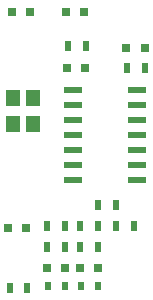
<source format=gbr>
G04 #@! TF.GenerationSoftware,KiCad,Pcbnew,(5.0.0-rc2-160-g7b73557)*
G04 #@! TF.CreationDate,2018-07-20T13:29:01+03:00*
G04 #@! TF.ProjectId,i2c-moist-sensor,6932632D6D6F6973742D73656E736F72,rev?*
G04 #@! TF.SameCoordinates,Original*
G04 #@! TF.FileFunction,Soldermask,Top*
G04 #@! TF.FilePolarity,Negative*
%FSLAX46Y46*%
G04 Gerber Fmt 4.6, Leading zero omitted, Abs format (unit mm)*
G04 Created by KiCad (PCBNEW (5.0.0-rc2-160-g7b73557)) date 2018 July 20, Friday 13:29:01*
%MOMM*%
%LPD*%
G01*
G04 APERTURE LIST*
%ADD10R,1.200000X1.400000*%
%ADD11R,0.800000X0.800000*%
%ADD12R,0.600000X0.700000*%
%ADD13R,0.800000X0.750000*%
%ADD14R,0.500000X0.900000*%
%ADD15R,1.500000X0.600000*%
G04 APERTURE END LIST*
D10*
G04 #@! TO.C,X1*
X90750000Y-42900000D03*
X90750000Y-40700000D03*
X89050000Y-40700000D03*
X89050000Y-42900000D03*
G04 #@! TD*
D11*
G04 #@! TO.C,D3*
X98575000Y-36500000D03*
X100225000Y-36500000D03*
G04 #@! TD*
D12*
G04 #@! TO.C,D2*
X96204000Y-56642000D03*
X94804000Y-56642000D03*
G04 #@! TD*
G04 #@! TO.C,D1*
X93410000Y-56642000D03*
X92010000Y-56642000D03*
G04 #@! TD*
D13*
G04 #@! TO.C,C1*
X88650000Y-51700000D03*
X90150000Y-51700000D03*
G04 #@! TD*
G04 #@! TO.C,C2*
X88950000Y-33400000D03*
X90450000Y-33400000D03*
G04 #@! TD*
G04 #@! TO.C,C3*
X93650000Y-38200000D03*
X95150000Y-38200000D03*
G04 #@! TD*
G04 #@! TO.C,C4*
X93460000Y-55118000D03*
X91960000Y-55118000D03*
G04 #@! TD*
G04 #@! TO.C,C5*
X94754000Y-55118000D03*
X96254000Y-55118000D03*
G04 #@! TD*
G04 #@! TO.C,C6*
X95050000Y-33400000D03*
X93550000Y-33400000D03*
G04 #@! TD*
D14*
G04 #@! TO.C,R1*
X95200000Y-36300000D03*
X93700000Y-36300000D03*
G04 #@! TD*
G04 #@! TO.C,R2*
X96278000Y-49784000D03*
X97778000Y-49784000D03*
G04 #@! TD*
G04 #@! TO.C,R4*
X88750000Y-56750000D03*
X90250000Y-56750000D03*
G04 #@! TD*
G04 #@! TO.C,R5*
X93460000Y-51562000D03*
X91960000Y-51562000D03*
G04 #@! TD*
G04 #@! TO.C,R6*
X94754000Y-51562000D03*
X96254000Y-51562000D03*
G04 #@! TD*
G04 #@! TO.C,R7*
X91960000Y-53340000D03*
X93460000Y-53340000D03*
G04 #@! TD*
G04 #@! TO.C,R8*
X96254000Y-53340000D03*
X94754000Y-53340000D03*
G04 #@! TD*
G04 #@! TO.C,R9*
X100200000Y-38200000D03*
X98700000Y-38200000D03*
G04 #@! TD*
G04 #@! TO.C,TH1*
X97750000Y-51500000D03*
X99250000Y-51500000D03*
G04 #@! TD*
D15*
G04 #@! TO.C,IC1*
X94100000Y-39990000D03*
X94100000Y-41260000D03*
X94100000Y-42530000D03*
X94100000Y-43800000D03*
X94100000Y-45070000D03*
X94100000Y-46340000D03*
X94100000Y-47610000D03*
X99500000Y-47610000D03*
X99500000Y-46340000D03*
X99500000Y-45070000D03*
X99500000Y-43800000D03*
X99500000Y-42530000D03*
X99500000Y-41260000D03*
X99500000Y-39990000D03*
G04 #@! TD*
M02*

</source>
